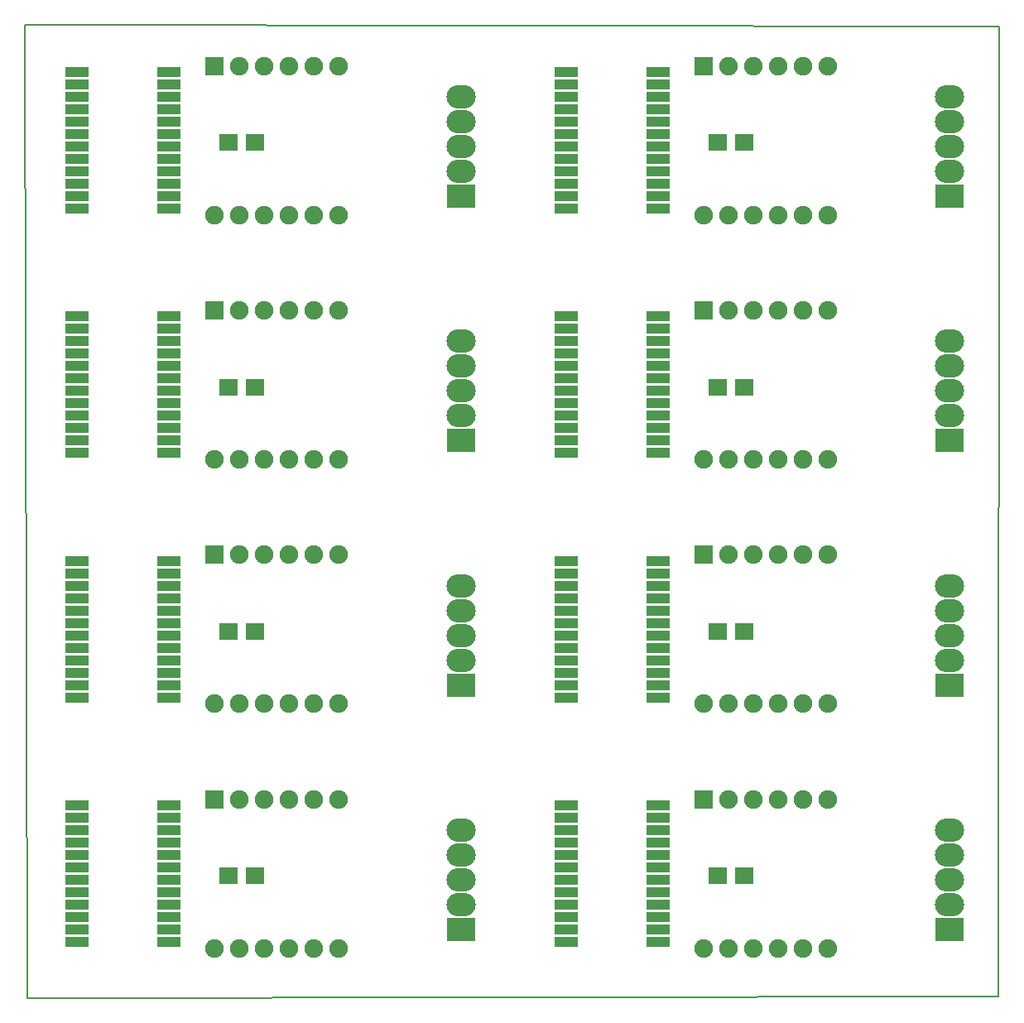
<source format=gbr>
G04 #@! TF.FileFunction,Soldermask,Top*
%FSLAX46Y46*%
G04 Gerber Fmt 4.6, Leading zero omitted, Abs format (unit mm)*
G04 Created by KiCad (PCBNEW 4.0.7-e2-6376~58~ubuntu16.04.1) date Fri Feb 16 09:21:29 2018*
%MOMM*%
%LPD*%
G01*
G04 APERTURE LIST*
%ADD10C,0.100000*%
%ADD11C,0.150000*%
%ADD12R,1.900000X1.900000*%
%ADD13C,1.900000*%
%ADD14R,3.000000X2.400000*%
%ADD15O,3.000000X2.400000*%
%ADD16R,1.900000X1.700000*%
%ADD17R,2.400000X1.000000*%
G04 APERTURE END LIST*
D10*
D11*
X26695400Y-132054600D02*
X26441400Y-32486600D01*
X125958600Y-131876800D02*
X26695400Y-132054600D01*
X126060200Y-32689800D02*
X125958600Y-131876800D01*
X26441400Y-32486600D02*
X126060200Y-32689800D01*
D12*
X95821600Y-111728400D03*
D13*
X98361600Y-111728400D03*
X100901600Y-111728400D03*
X103441600Y-111728400D03*
X105981600Y-111728400D03*
X108521600Y-111728400D03*
X108521600Y-126968400D03*
X105981600Y-126968400D03*
X103441600Y-126968400D03*
X100901600Y-126968400D03*
X98361600Y-126968400D03*
X95821600Y-126968400D03*
D12*
X45821600Y-111728400D03*
D13*
X48361600Y-111728400D03*
X50901600Y-111728400D03*
X53441600Y-111728400D03*
X55981600Y-111728400D03*
X58521600Y-111728400D03*
X58521600Y-126968400D03*
X55981600Y-126968400D03*
X53441600Y-126968400D03*
X50901600Y-126968400D03*
X48361600Y-126968400D03*
X45821600Y-126968400D03*
D12*
X95821600Y-86728400D03*
D13*
X98361600Y-86728400D03*
X100901600Y-86728400D03*
X103441600Y-86728400D03*
X105981600Y-86728400D03*
X108521600Y-86728400D03*
X108521600Y-101968400D03*
X105981600Y-101968400D03*
X103441600Y-101968400D03*
X100901600Y-101968400D03*
X98361600Y-101968400D03*
X95821600Y-101968400D03*
D12*
X45821600Y-86728400D03*
D13*
X48361600Y-86728400D03*
X50901600Y-86728400D03*
X53441600Y-86728400D03*
X55981600Y-86728400D03*
X58521600Y-86728400D03*
X58521600Y-101968400D03*
X55981600Y-101968400D03*
X53441600Y-101968400D03*
X50901600Y-101968400D03*
X48361600Y-101968400D03*
X45821600Y-101968400D03*
D12*
X95821600Y-61728400D03*
D13*
X98361600Y-61728400D03*
X100901600Y-61728400D03*
X103441600Y-61728400D03*
X105981600Y-61728400D03*
X108521600Y-61728400D03*
X108521600Y-76968400D03*
X105981600Y-76968400D03*
X103441600Y-76968400D03*
X100901600Y-76968400D03*
X98361600Y-76968400D03*
X95821600Y-76968400D03*
D12*
X45821600Y-61728400D03*
D13*
X48361600Y-61728400D03*
X50901600Y-61728400D03*
X53441600Y-61728400D03*
X55981600Y-61728400D03*
X58521600Y-61728400D03*
X58521600Y-76968400D03*
X55981600Y-76968400D03*
X53441600Y-76968400D03*
X50901600Y-76968400D03*
X48361600Y-76968400D03*
X45821600Y-76968400D03*
D12*
X95821600Y-36728400D03*
D13*
X98361600Y-36728400D03*
X100901600Y-36728400D03*
X103441600Y-36728400D03*
X105981600Y-36728400D03*
X108521600Y-36728400D03*
X108521600Y-51968400D03*
X105981600Y-51968400D03*
X103441600Y-51968400D03*
X100901600Y-51968400D03*
X98361600Y-51968400D03*
X95821600Y-51968400D03*
D14*
X121018400Y-125038000D03*
D15*
X121018400Y-122498000D03*
X121018400Y-119958000D03*
X121018400Y-117418000D03*
X121018400Y-114878000D03*
D14*
X71018400Y-125038000D03*
D15*
X71018400Y-122498000D03*
X71018400Y-119958000D03*
X71018400Y-117418000D03*
X71018400Y-114878000D03*
D14*
X121018400Y-100038000D03*
D15*
X121018400Y-97498000D03*
X121018400Y-94958000D03*
X121018400Y-92418000D03*
X121018400Y-89878000D03*
D14*
X71018400Y-100038000D03*
D15*
X71018400Y-97498000D03*
X71018400Y-94958000D03*
X71018400Y-92418000D03*
X71018400Y-89878000D03*
D14*
X121018400Y-75038000D03*
D15*
X121018400Y-72498000D03*
X121018400Y-69958000D03*
X121018400Y-67418000D03*
X121018400Y-64878000D03*
D14*
X71018400Y-75038000D03*
D15*
X71018400Y-72498000D03*
X71018400Y-69958000D03*
X71018400Y-67418000D03*
X71018400Y-64878000D03*
D14*
X121018400Y-50038000D03*
D15*
X121018400Y-47498000D03*
X121018400Y-44958000D03*
X121018400Y-42418000D03*
X121018400Y-39878000D03*
D16*
X97265600Y-119577000D03*
X99965600Y-119577000D03*
X47265600Y-119577000D03*
X49965600Y-119577000D03*
X97265600Y-94577000D03*
X99965600Y-94577000D03*
X47265600Y-94577000D03*
X49965600Y-94577000D03*
X97265600Y-69577000D03*
X99965600Y-69577000D03*
X47265600Y-69577000D03*
X49965600Y-69577000D03*
X97265600Y-44577000D03*
X99965600Y-44577000D03*
D17*
X81774400Y-112339000D03*
X81774400Y-113609000D03*
X81774400Y-114879000D03*
X81774400Y-116149000D03*
X81774400Y-117419000D03*
X81774400Y-118689000D03*
X81774400Y-119959000D03*
X81774400Y-121229000D03*
X81774400Y-122499000D03*
X81774400Y-123769000D03*
X81774400Y-125039000D03*
X81774400Y-126309000D03*
X91174400Y-126309000D03*
X91174400Y-125039000D03*
X91174400Y-123769000D03*
X91174400Y-122499000D03*
X91174400Y-121229000D03*
X91174400Y-119959000D03*
X91174400Y-118689000D03*
X91174400Y-117419000D03*
X91174400Y-116149000D03*
X91174400Y-114879000D03*
X91174400Y-113609000D03*
X91174400Y-112339000D03*
X31774400Y-112339000D03*
X31774400Y-113609000D03*
X31774400Y-114879000D03*
X31774400Y-116149000D03*
X31774400Y-117419000D03*
X31774400Y-118689000D03*
X31774400Y-119959000D03*
X31774400Y-121229000D03*
X31774400Y-122499000D03*
X31774400Y-123769000D03*
X31774400Y-125039000D03*
X31774400Y-126309000D03*
X41174400Y-126309000D03*
X41174400Y-125039000D03*
X41174400Y-123769000D03*
X41174400Y-122499000D03*
X41174400Y-121229000D03*
X41174400Y-119959000D03*
X41174400Y-118689000D03*
X41174400Y-117419000D03*
X41174400Y-116149000D03*
X41174400Y-114879000D03*
X41174400Y-113609000D03*
X41174400Y-112339000D03*
X81774400Y-87339000D03*
X81774400Y-88609000D03*
X81774400Y-89879000D03*
X81774400Y-91149000D03*
X81774400Y-92419000D03*
X81774400Y-93689000D03*
X81774400Y-94959000D03*
X81774400Y-96229000D03*
X81774400Y-97499000D03*
X81774400Y-98769000D03*
X81774400Y-100039000D03*
X81774400Y-101309000D03*
X91174400Y-101309000D03*
X91174400Y-100039000D03*
X91174400Y-98769000D03*
X91174400Y-97499000D03*
X91174400Y-96229000D03*
X91174400Y-94959000D03*
X91174400Y-93689000D03*
X91174400Y-92419000D03*
X91174400Y-91149000D03*
X91174400Y-89879000D03*
X91174400Y-88609000D03*
X91174400Y-87339000D03*
X31774400Y-87339000D03*
X31774400Y-88609000D03*
X31774400Y-89879000D03*
X31774400Y-91149000D03*
X31774400Y-92419000D03*
X31774400Y-93689000D03*
X31774400Y-94959000D03*
X31774400Y-96229000D03*
X31774400Y-97499000D03*
X31774400Y-98769000D03*
X31774400Y-100039000D03*
X31774400Y-101309000D03*
X41174400Y-101309000D03*
X41174400Y-100039000D03*
X41174400Y-98769000D03*
X41174400Y-97499000D03*
X41174400Y-96229000D03*
X41174400Y-94959000D03*
X41174400Y-93689000D03*
X41174400Y-92419000D03*
X41174400Y-91149000D03*
X41174400Y-89879000D03*
X41174400Y-88609000D03*
X41174400Y-87339000D03*
X81774400Y-62339000D03*
X81774400Y-63609000D03*
X81774400Y-64879000D03*
X81774400Y-66149000D03*
X81774400Y-67419000D03*
X81774400Y-68689000D03*
X81774400Y-69959000D03*
X81774400Y-71229000D03*
X81774400Y-72499000D03*
X81774400Y-73769000D03*
X81774400Y-75039000D03*
X81774400Y-76309000D03*
X91174400Y-76309000D03*
X91174400Y-75039000D03*
X91174400Y-73769000D03*
X91174400Y-72499000D03*
X91174400Y-71229000D03*
X91174400Y-69959000D03*
X91174400Y-68689000D03*
X91174400Y-67419000D03*
X91174400Y-66149000D03*
X91174400Y-64879000D03*
X91174400Y-63609000D03*
X91174400Y-62339000D03*
X31774400Y-62339000D03*
X31774400Y-63609000D03*
X31774400Y-64879000D03*
X31774400Y-66149000D03*
X31774400Y-67419000D03*
X31774400Y-68689000D03*
X31774400Y-69959000D03*
X31774400Y-71229000D03*
X31774400Y-72499000D03*
X31774400Y-73769000D03*
X31774400Y-75039000D03*
X31774400Y-76309000D03*
X41174400Y-76309000D03*
X41174400Y-75039000D03*
X41174400Y-73769000D03*
X41174400Y-72499000D03*
X41174400Y-71229000D03*
X41174400Y-69959000D03*
X41174400Y-68689000D03*
X41174400Y-67419000D03*
X41174400Y-66149000D03*
X41174400Y-64879000D03*
X41174400Y-63609000D03*
X41174400Y-62339000D03*
X81774400Y-37339000D03*
X81774400Y-38609000D03*
X81774400Y-39879000D03*
X81774400Y-41149000D03*
X81774400Y-42419000D03*
X81774400Y-43689000D03*
X81774400Y-44959000D03*
X81774400Y-46229000D03*
X81774400Y-47499000D03*
X81774400Y-48769000D03*
X81774400Y-50039000D03*
X81774400Y-51309000D03*
X91174400Y-51309000D03*
X91174400Y-50039000D03*
X91174400Y-48769000D03*
X91174400Y-47499000D03*
X91174400Y-46229000D03*
X91174400Y-44959000D03*
X91174400Y-43689000D03*
X91174400Y-42419000D03*
X91174400Y-41149000D03*
X91174400Y-39879000D03*
X91174400Y-38609000D03*
X91174400Y-37339000D03*
D12*
X45821600Y-36728400D03*
D13*
X48361600Y-36728400D03*
X50901600Y-36728400D03*
X53441600Y-36728400D03*
X55981600Y-36728400D03*
X58521600Y-36728400D03*
X58521600Y-51968400D03*
X55981600Y-51968400D03*
X53441600Y-51968400D03*
X50901600Y-51968400D03*
X48361600Y-51968400D03*
X45821600Y-51968400D03*
D17*
X31774400Y-37339000D03*
X31774400Y-38609000D03*
X31774400Y-39879000D03*
X31774400Y-41149000D03*
X31774400Y-42419000D03*
X31774400Y-43689000D03*
X31774400Y-44959000D03*
X31774400Y-46229000D03*
X31774400Y-47499000D03*
X31774400Y-48769000D03*
X31774400Y-50039000D03*
X31774400Y-51309000D03*
X41174400Y-51309000D03*
X41174400Y-50039000D03*
X41174400Y-48769000D03*
X41174400Y-47499000D03*
X41174400Y-46229000D03*
X41174400Y-44959000D03*
X41174400Y-43689000D03*
X41174400Y-42419000D03*
X41174400Y-41149000D03*
X41174400Y-39879000D03*
X41174400Y-38609000D03*
X41174400Y-37339000D03*
D16*
X47265600Y-44577000D03*
X49965600Y-44577000D03*
D14*
X71018400Y-50038000D03*
D15*
X71018400Y-47498000D03*
X71018400Y-44958000D03*
X71018400Y-42418000D03*
X71018400Y-39878000D03*
M02*

</source>
